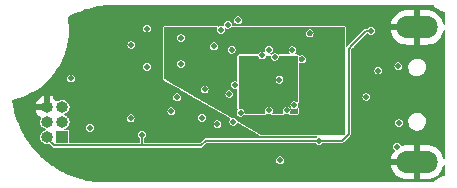
<source format=gbr>
%TF.GenerationSoftware,KiCad,Pcbnew,7.0.7*%
%TF.CreationDate,2023-12-11T16:01:13+01:00*%
%TF.ProjectId,ovrdrive,6f767264-7269-4766-952e-6b696361645f,rev?*%
%TF.SameCoordinates,Original*%
%TF.FileFunction,Copper,L2,Inr*%
%TF.FilePolarity,Positive*%
%FSLAX46Y46*%
G04 Gerber Fmt 4.6, Leading zero omitted, Abs format (unit mm)*
G04 Created by KiCad (PCBNEW 7.0.7) date 2023-12-11 16:01:13*
%MOMM*%
%LPD*%
G01*
G04 APERTURE LIST*
%TA.AperFunction,ComponentPad*%
%ADD10O,3.500000X1.900000*%
%TD*%
%TA.AperFunction,ComponentPad*%
%ADD11R,1.000000X1.000000*%
%TD*%
%TA.AperFunction,ComponentPad*%
%ADD12O,1.000000X1.000000*%
%TD*%
%TA.AperFunction,ViaPad*%
%ADD13C,0.460000*%
%TD*%
%TA.AperFunction,Conductor*%
%ADD14C,0.200000*%
%TD*%
G04 APERTURE END LIST*
D10*
%TO.N,GND*%
%TO.C,J1*%
X142100000Y-98500000D03*
X142100000Y-109900000D03*
%TD*%
D11*
%TO.N,/MISO*%
%TO.C,J3*%
X112070000Y-107800000D03*
D12*
%TO.N,+5V*%
X110800000Y-107800000D03*
%TO.N,/SCK*%
X112070000Y-106530000D03*
%TO.N,/MOSI*%
X110800000Y-106530000D03*
%TO.N,/~{RST}*%
X112070000Y-105260000D03*
%TO.N,GND*%
X110800000Y-105260000D03*
%TD*%
D13*
%TO.N,+1V8*%
X131750000Y-104220000D03*
X127300000Y-102200000D03*
X128600000Y-105500000D03*
X131000000Y-101200000D03*
%TO.N,/MOSI*%
X119243348Y-101843348D03*
%TO.N,/~{RST}*%
X121283771Y-105600000D03*
%TO.N,/INHIBIT*%
X117900000Y-100000000D03*
X112800000Y-102829500D03*
%TO.N,Net-(JP1-B)*%
X130500000Y-109750000D03*
%TO.N,/RB1*%
X131550000Y-100450000D03*
%TO.N,/RB0*%
X130050000Y-101010000D03*
%TO.N,/~{CE1}*%
X130450000Y-102950000D03*
%TO.N,/DQS*%
X129550000Y-105540500D03*
%TO.N,Net-(U2A-~{CE})*%
X122100000Y-101600000D03*
%TO.N,/~{CE3}*%
X131050000Y-105540500D03*
%TO.N,/~{CE2}*%
X131700000Y-105100000D03*
%TO.N,/~{RE}*%
X129550000Y-100400000D03*
%TO.N,/~{CE}*%
X119250000Y-98600000D03*
X128991864Y-100879856D03*
%TO.N,/~{WP}*%
X123900000Y-106150000D03*
%TO.N,/~{WE}*%
X125200000Y-106700000D03*
%TO.N,/ALE*%
X126550000Y-106500000D03*
%TO.N,/CLE*%
X127150000Y-105740500D03*
%TO.N,+3.3V*%
X128000000Y-106500000D03*
X130600000Y-100400000D03*
X140570500Y-106600000D03*
X132400000Y-102100000D03*
X129100000Y-106500000D03*
X123300000Y-101304500D03*
X132400000Y-105100000D03*
%TO.N,GND*%
X108900000Y-105600000D03*
X139600000Y-97400000D03*
X119800000Y-106500000D03*
X117600000Y-109800000D03*
X118200000Y-98400000D03*
X143600000Y-106600000D03*
X132350000Y-101200000D03*
X136500000Y-108600000D03*
X133000000Y-99000000D03*
X114600000Y-99200000D03*
X132500000Y-109000000D03*
X139750000Y-110950000D03*
X114100000Y-107900000D03*
X143600000Y-100400000D03*
X126950000Y-97150000D03*
X122550000Y-105950000D03*
X135500000Y-97050000D03*
X119900000Y-101300000D03*
X126400000Y-100400000D03*
X113350000Y-109800000D03*
X111500000Y-104500000D03*
X122100000Y-99400000D03*
X131000000Y-110600000D03*
X124600000Y-107400000D03*
X126300000Y-110800000D03*
X137000000Y-100400000D03*
X117600000Y-103800000D03*
%TO.N,+5V*%
X138200000Y-98800000D03*
X118800000Y-107600000D03*
X133800000Y-108095500D03*
%TO.N,/FD7*%
X126950000Y-97900000D03*
%TO.N,/FD6*%
X126072701Y-98279500D03*
%TO.N,/FD5*%
X125500000Y-98700000D03*
%TO.N,/FD4*%
X124900000Y-100100000D03*
%TO.N,/FD3*%
X126677375Y-103384648D03*
%TO.N,/FD2*%
X124104500Y-103764148D03*
%TO.N,/FD1*%
X121770207Y-104429793D03*
%TO.N,/FD0*%
X126204500Y-104150000D03*
%TO.N,VMEM*%
X140400000Y-108600000D03*
X137800000Y-104400000D03*
%TO.N,/IN1*%
X140520500Y-101800000D03*
X117845500Y-106200000D03*
%TO.N,/IN2*%
X138825627Y-102157685D03*
X114400000Y-107000000D03*
%TD*%
D14*
%TO.N,+5V*%
X136300000Y-100300000D02*
X136300000Y-107500000D01*
X110800000Y-107930000D02*
X110800000Y-107800000D01*
X138200000Y-98800000D02*
X137800000Y-98800000D01*
X136300000Y-107500000D02*
X135704500Y-108095500D01*
X118800000Y-107600000D02*
X118800000Y-108500000D01*
X118800000Y-108500000D02*
X111370000Y-108500000D01*
X123800000Y-108500000D02*
X118800000Y-108500000D01*
X133800000Y-108095500D02*
X133795500Y-108100000D01*
X124200000Y-108100000D02*
X123800000Y-108500000D01*
X137800000Y-98800000D02*
X136600000Y-100000000D01*
X111370000Y-108500000D02*
X110800000Y-107930000D01*
X135704500Y-108095500D02*
X133800000Y-108095500D01*
X136600000Y-100000000D02*
X136300000Y-100300000D01*
X133795500Y-108100000D02*
X124200000Y-108100000D01*
%TD*%
%TA.AperFunction,Conductor*%
%TO.N,GND*%
G36*
X132397792Y-100977954D02*
G01*
X132456114Y-100999182D01*
X132470850Y-101007690D01*
X132518400Y-101047589D01*
X132529338Y-101060624D01*
X132560370Y-101114370D01*
X132566191Y-101130363D01*
X132576969Y-101191491D01*
X132576969Y-101208508D01*
X132566191Y-101269632D01*
X132560370Y-101285623D01*
X132529337Y-101339375D01*
X132518399Y-101352410D01*
X132470851Y-101392307D01*
X132456117Y-101400815D01*
X132397792Y-101422045D01*
X132381032Y-101425000D01*
X132318966Y-101425000D01*
X132302207Y-101422045D01*
X132218285Y-101391499D01*
X132218284Y-101391499D01*
X132211410Y-101388997D01*
X132206310Y-101386885D01*
X132206306Y-101386883D01*
X132204676Y-101386446D01*
X132203206Y-101385983D01*
X132203009Y-101385999D01*
X132181804Y-101380318D01*
X132179127Y-101379638D01*
X132158344Y-101381273D01*
X132122677Y-101369685D01*
X132105651Y-101336270D01*
X132105500Y-101332425D01*
X132105500Y-101079768D01*
X132119852Y-101045120D01*
X132154500Y-101030768D01*
X132154930Y-101030770D01*
X132166692Y-101030873D01*
X132166692Y-101030872D01*
X132166695Y-101030873D01*
X132202462Y-101019597D01*
X132228081Y-101005541D01*
X132234881Y-101002460D01*
X132302207Y-100977954D01*
X132318966Y-100975000D01*
X132381034Y-100975000D01*
X132397792Y-100977954D01*
G37*
%TD.AperFunction*%
%TA.AperFunction,Conductor*%
G36*
X126447792Y-100177954D02*
G01*
X126506114Y-100199182D01*
X126520850Y-100207690D01*
X126568400Y-100247589D01*
X126579338Y-100260624D01*
X126610370Y-100314370D01*
X126616191Y-100330363D01*
X126626969Y-100391491D01*
X126626969Y-100408508D01*
X126616191Y-100469632D01*
X126610370Y-100485623D01*
X126579337Y-100539375D01*
X126568399Y-100552410D01*
X126520851Y-100592307D01*
X126506117Y-100600815D01*
X126447792Y-100622045D01*
X126431032Y-100625000D01*
X126368968Y-100625000D01*
X126352209Y-100622045D01*
X126293879Y-100600814D01*
X126279144Y-100592306D01*
X126231598Y-100552411D01*
X126220662Y-100539379D01*
X126189625Y-100485623D01*
X126183807Y-100469638D01*
X126173029Y-100408506D01*
X126173029Y-100391491D01*
X126183807Y-100330360D01*
X126189625Y-100314377D01*
X126220660Y-100260623D01*
X126231594Y-100247592D01*
X126279148Y-100207688D01*
X126293881Y-100199183D01*
X126331602Y-100185454D01*
X126352208Y-100177955D01*
X126368966Y-100175000D01*
X126431034Y-100175000D01*
X126447792Y-100177954D01*
G37*
%TD.AperFunction*%
%TA.AperFunction,Conductor*%
G36*
X122147792Y-99177954D02*
G01*
X122206114Y-99199182D01*
X122220850Y-99207690D01*
X122268400Y-99247589D01*
X122279338Y-99260624D01*
X122310370Y-99314370D01*
X122316191Y-99330363D01*
X122326969Y-99391491D01*
X122326969Y-99408508D01*
X122316191Y-99469632D01*
X122310370Y-99485623D01*
X122279337Y-99539375D01*
X122268399Y-99552410D01*
X122220851Y-99592307D01*
X122206117Y-99600815D01*
X122147792Y-99622045D01*
X122131032Y-99625000D01*
X122068968Y-99625000D01*
X122052209Y-99622045D01*
X121993879Y-99600814D01*
X121979144Y-99592306D01*
X121931598Y-99552411D01*
X121920662Y-99539379D01*
X121889625Y-99485623D01*
X121883807Y-99469638D01*
X121873029Y-99408506D01*
X121873029Y-99391491D01*
X121883807Y-99330360D01*
X121889625Y-99314377D01*
X121920660Y-99260623D01*
X121931594Y-99247592D01*
X121979148Y-99207688D01*
X121993881Y-99199183D01*
X122031602Y-99185454D01*
X122052208Y-99177955D01*
X122068966Y-99175000D01*
X122131034Y-99175000D01*
X122147792Y-99177954D01*
G37*
%TD.AperFunction*%
%TA.AperFunction,Conductor*%
G36*
X133047792Y-98777954D02*
G01*
X133106114Y-98799182D01*
X133120850Y-98807690D01*
X133168400Y-98847589D01*
X133179338Y-98860624D01*
X133210370Y-98914370D01*
X133216191Y-98930363D01*
X133226969Y-98991491D01*
X133226969Y-99008508D01*
X133216191Y-99069632D01*
X133210370Y-99085623D01*
X133179337Y-99139375D01*
X133168399Y-99152410D01*
X133120851Y-99192307D01*
X133106117Y-99200815D01*
X133047792Y-99222045D01*
X133031032Y-99225000D01*
X132968968Y-99225000D01*
X132952209Y-99222045D01*
X132893879Y-99200814D01*
X132879144Y-99192306D01*
X132831598Y-99152411D01*
X132820662Y-99139379D01*
X132789625Y-99085623D01*
X132783807Y-99069638D01*
X132773029Y-99008506D01*
X132773029Y-98991491D01*
X132777814Y-98964352D01*
X132783807Y-98930360D01*
X132789625Y-98914377D01*
X132820660Y-98860623D01*
X132831594Y-98847592D01*
X132879148Y-98807688D01*
X132893881Y-98799183D01*
X132936313Y-98783740D01*
X132952208Y-98777955D01*
X132968966Y-98775000D01*
X133031034Y-98775000D01*
X133047792Y-98777954D01*
G37*
%TD.AperFunction*%
%TA.AperFunction,Conductor*%
G36*
X143496587Y-96638571D02*
G01*
X143498948Y-96641105D01*
X143535977Y-96683793D01*
X143557533Y-96708643D01*
X143725459Y-96856897D01*
X143798720Y-96906051D01*
X143911470Y-96981700D01*
X144112322Y-97080875D01*
X144324501Y-97152687D01*
X144394379Y-97166368D01*
X144425623Y-97187109D01*
X144433963Y-97214455D01*
X144433963Y-98243065D01*
X144419611Y-98277713D01*
X144384963Y-98292065D01*
X144350315Y-98277713D01*
X144336631Y-98251130D01*
X144318229Y-98140853D01*
X144239774Y-97912323D01*
X144239770Y-97912313D01*
X144124777Y-97699825D01*
X144124768Y-97699811D01*
X143976364Y-97509141D01*
X143798588Y-97345488D01*
X143596313Y-97213335D01*
X143596307Y-97213331D01*
X143375036Y-97116273D01*
X143375037Y-97116273D01*
X143140801Y-97056956D01*
X142960303Y-97042000D01*
X142354000Y-97042000D01*
X142354000Y-98001000D01*
X142339648Y-98035648D01*
X142305000Y-98050000D01*
X141895000Y-98050000D01*
X141860352Y-98035648D01*
X141846000Y-98001000D01*
X141846000Y-97042000D01*
X141239697Y-97042000D01*
X141059198Y-97056956D01*
X140824963Y-97116273D01*
X140603692Y-97213331D01*
X140603686Y-97213335D01*
X140401411Y-97345488D01*
X140223635Y-97509141D01*
X140075231Y-97699811D01*
X140075222Y-97699825D01*
X139960229Y-97912313D01*
X139960225Y-97912323D01*
X139881770Y-98140853D01*
X139864225Y-98246000D01*
X140842162Y-98246000D01*
X140876810Y-98260352D01*
X140891162Y-98295000D01*
X140884597Y-98319497D01*
X140877371Y-98332013D01*
X140876376Y-98333738D01*
X140876374Y-98333744D01*
X140846190Y-98465988D01*
X140846190Y-98465991D01*
X140846190Y-98465992D01*
X140846789Y-98473984D01*
X140856326Y-98601260D01*
X140856326Y-98601262D01*
X140856327Y-98601265D01*
X140890014Y-98687099D01*
X140889314Y-98724594D01*
X140862304Y-98750613D01*
X140844402Y-98754000D01*
X139864225Y-98754000D01*
X139881770Y-98859146D01*
X139960225Y-99087676D01*
X139960229Y-99087686D01*
X140075222Y-99300174D01*
X140075231Y-99300188D01*
X140223635Y-99490858D01*
X140401411Y-99654511D01*
X140603686Y-99786664D01*
X140603692Y-99786668D01*
X140824963Y-99883726D01*
X140824962Y-99883726D01*
X141059198Y-99943043D01*
X141239697Y-99958000D01*
X141846000Y-99958000D01*
X141846000Y-98999000D01*
X141860352Y-98964352D01*
X141895000Y-98950000D01*
X142305000Y-98950000D01*
X142339648Y-98964352D01*
X142354000Y-98999000D01*
X142354000Y-99958000D01*
X142960303Y-99958000D01*
X143140801Y-99943043D01*
X143375036Y-99883726D01*
X143596307Y-99786668D01*
X143596313Y-99786664D01*
X143798588Y-99654511D01*
X143976364Y-99490858D01*
X144124768Y-99300188D01*
X144124777Y-99300174D01*
X144239770Y-99087686D01*
X144239774Y-99087676D01*
X144318229Y-98859146D01*
X144336631Y-98748869D01*
X144356490Y-98717056D01*
X144393028Y-98708602D01*
X144424841Y-98728461D01*
X144433963Y-98756934D01*
X144433963Y-109643065D01*
X144419611Y-109677713D01*
X144384963Y-109692065D01*
X144350315Y-109677713D01*
X144336631Y-109651130D01*
X144318229Y-109540853D01*
X144239774Y-109312323D01*
X144239770Y-109312313D01*
X144124777Y-109099825D01*
X144124768Y-109099811D01*
X143976364Y-108909141D01*
X143798588Y-108745488D01*
X143596313Y-108613335D01*
X143596307Y-108613331D01*
X143375036Y-108516273D01*
X143375037Y-108516273D01*
X143140801Y-108456956D01*
X142960303Y-108442000D01*
X142354000Y-108442000D01*
X142354000Y-109401000D01*
X142339648Y-109435648D01*
X142305000Y-109450000D01*
X141895000Y-109450000D01*
X141860352Y-109435648D01*
X141846000Y-109401000D01*
X141846000Y-108442000D01*
X141239697Y-108442000D01*
X141059198Y-108456956D01*
X140824962Y-108516273D01*
X140824958Y-108516274D01*
X140785418Y-108533618D01*
X140747923Y-108534393D01*
X140720863Y-108508427D01*
X140717482Y-108497260D01*
X140715359Y-108485219D01*
X140681169Y-108426000D01*
X140657084Y-108384283D01*
X140657082Y-108384280D01*
X140567799Y-108309364D01*
X140567797Y-108309363D01*
X140458276Y-108269500D01*
X140341724Y-108269500D01*
X140232202Y-108309363D01*
X140232200Y-108309364D01*
X140142917Y-108384280D01*
X140142915Y-108384283D01*
X140084641Y-108485216D01*
X140064402Y-108600000D01*
X140084641Y-108714783D01*
X140142915Y-108815716D01*
X140142917Y-108815719D01*
X140199551Y-108863240D01*
X140216868Y-108896505D01*
X140206722Y-108930872D01*
X140075231Y-109099811D01*
X140075222Y-109099825D01*
X139960229Y-109312313D01*
X139960225Y-109312323D01*
X139881770Y-109540853D01*
X139864225Y-109646000D01*
X140842162Y-109646000D01*
X140876810Y-109660352D01*
X140891162Y-109695000D01*
X140884597Y-109719497D01*
X140877371Y-109732013D01*
X140876376Y-109733738D01*
X140876374Y-109733744D01*
X140846190Y-109865988D01*
X140856326Y-110001260D01*
X140856326Y-110001262D01*
X140856327Y-110001265D01*
X140890014Y-110087099D01*
X140889314Y-110124594D01*
X140862304Y-110150613D01*
X140844402Y-110154000D01*
X139864225Y-110154000D01*
X139881770Y-110259146D01*
X139960225Y-110487676D01*
X139960229Y-110487686D01*
X140075222Y-110700174D01*
X140075231Y-110700188D01*
X140223635Y-110890858D01*
X140401411Y-111054511D01*
X140603686Y-111186664D01*
X140603692Y-111186668D01*
X140824963Y-111283726D01*
X140824962Y-111283726D01*
X141059198Y-111343043D01*
X141239697Y-111358000D01*
X141846000Y-111358000D01*
X141846000Y-110399000D01*
X141860352Y-110364352D01*
X141895000Y-110350000D01*
X142305000Y-110350000D01*
X142339648Y-110364352D01*
X142354000Y-110399000D01*
X142354000Y-111358000D01*
X142960303Y-111358000D01*
X143140801Y-111343043D01*
X143375036Y-111283726D01*
X143596307Y-111186668D01*
X143596313Y-111186664D01*
X143798588Y-111054511D01*
X143976364Y-110890858D01*
X144124768Y-110700188D01*
X144124777Y-110700174D01*
X144239770Y-110487686D01*
X144239774Y-110487676D01*
X144318229Y-110259146D01*
X144336631Y-110148869D01*
X144356490Y-110117056D01*
X144393028Y-110108602D01*
X144424841Y-110128461D01*
X144433963Y-110156934D01*
X144433963Y-111032991D01*
X144419611Y-111067639D01*
X144394378Y-111081078D01*
X144324505Y-111094758D01*
X144324503Y-111094758D01*
X144324501Y-111094759D01*
X144251675Y-111119405D01*
X144112321Y-111166568D01*
X143911471Y-111265739D01*
X143911472Y-111265739D01*
X143773957Y-111358000D01*
X143725451Y-111390543D01*
X143557531Y-111538785D01*
X143498939Y-111606328D01*
X143465393Y-111623096D01*
X143461925Y-111623219D01*
X115820682Y-111623219D01*
X115820286Y-111623055D01*
X115800496Y-111623215D01*
X115800022Y-111623218D01*
X115799996Y-111623218D01*
X115541709Y-111616709D01*
X115464090Y-111614754D01*
X115268165Y-111609523D01*
X115266585Y-111609430D01*
X114964291Y-111581768D01*
X114729708Y-111559184D01*
X114728217Y-111558995D01*
X114438367Y-111513018D01*
X114195887Y-111472597D01*
X114194488Y-111472322D01*
X113912514Y-111408267D01*
X113776671Y-111375831D01*
X113669133Y-111350153D01*
X113667835Y-111349805D01*
X113392972Y-111267952D01*
X113151900Y-111192429D01*
X113150696Y-111192017D01*
X112883164Y-111092690D01*
X112646546Y-111000152D01*
X112645444Y-110999690D01*
X112385860Y-110883281D01*
X112307264Y-110846087D01*
X112155375Y-110774208D01*
X112154376Y-110773707D01*
X111903535Y-110640678D01*
X111680152Y-110515371D01*
X111635367Y-110487686D01*
X111438523Y-110366000D01*
X111436009Y-110364352D01*
X111275578Y-110259146D01*
X111224033Y-110225344D01*
X110992980Y-110060483D01*
X110788583Y-109905220D01*
X110598897Y-109750000D01*
X130164402Y-109750000D01*
X130184641Y-109864783D01*
X130242915Y-109965716D01*
X130242917Y-109965719D01*
X130285280Y-110001265D01*
X130332201Y-110040636D01*
X130441724Y-110080500D01*
X130558276Y-110080500D01*
X130667799Y-110040636D01*
X130757083Y-109965718D01*
X130815359Y-109864781D01*
X130835598Y-109750000D01*
X130815359Y-109635219D01*
X130815358Y-109635217D01*
X130815358Y-109635216D01*
X130757084Y-109534283D01*
X130757082Y-109534280D01*
X130667799Y-109459364D01*
X130667797Y-109459363D01*
X130558276Y-109419500D01*
X130441724Y-109419500D01*
X130332202Y-109459363D01*
X130332200Y-109459364D01*
X130242917Y-109534280D01*
X130242915Y-109534283D01*
X130184641Y-109635216D01*
X130164402Y-109750000D01*
X110598897Y-109750000D01*
X110569006Y-109725540D01*
X110562104Y-109719501D01*
X110375769Y-109556456D01*
X110168552Y-109362691D01*
X109987508Y-109180688D01*
X109793453Y-108973580D01*
X109625555Y-108779640D01*
X109445448Y-108559994D01*
X109291586Y-108355205D01*
X109260667Y-108311964D01*
X109126421Y-108124218D01*
X109125834Y-108123357D01*
X109005000Y-107936952D01*
X108987127Y-107909380D01*
X108919695Y-107800545D01*
X108837260Y-107667493D01*
X108836669Y-107666485D01*
X108818023Y-107632830D01*
X108713563Y-107444283D01*
X108680234Y-107381591D01*
X108616012Y-107260787D01*
X108579583Y-107192263D01*
X108579015Y-107191125D01*
X108472168Y-106962224D01*
X108354557Y-106700666D01*
X108354051Y-106699455D01*
X108264102Y-106465826D01*
X108254721Y-106440636D01*
X108163205Y-106194902D01*
X108162772Y-106193627D01*
X108090489Y-105958550D01*
X108006458Y-105677414D01*
X108006082Y-105675999D01*
X107952549Y-105446437D01*
X107885001Y-105150467D01*
X107884702Y-105148934D01*
X107861651Y-105006000D01*
X109823692Y-105006000D01*
X110483792Y-105006000D01*
X110518440Y-105020352D01*
X110532792Y-105055000D01*
X110521328Y-105086497D01*
X110514198Y-105094993D01*
X110475000Y-105202694D01*
X110475000Y-105317305D01*
X110514198Y-105425006D01*
X110521328Y-105433503D01*
X110532606Y-105469270D01*
X110515289Y-105502536D01*
X110483792Y-105514000D01*
X109823693Y-105514000D01*
X109864223Y-105647608D01*
X109864226Y-105647615D01*
X109957825Y-105822725D01*
X110083788Y-105976211D01*
X110237276Y-106102175D01*
X110281431Y-106125777D01*
X110305223Y-106154767D01*
X110301547Y-106192089D01*
X110297208Y-106198819D01*
X110275465Y-106227155D01*
X110275462Y-106227160D01*
X110214955Y-106373238D01*
X110194318Y-106529999D01*
X110214955Y-106686761D01*
X110275461Y-106832836D01*
X110275464Y-106832841D01*
X110366297Y-106951218D01*
X110371718Y-106958282D01*
X110497159Y-107054536D01*
X110497161Y-107054536D01*
X110497163Y-107054538D01*
X110643238Y-107115044D01*
X110653681Y-107116419D01*
X110686159Y-107135171D01*
X110695866Y-107171396D01*
X110677114Y-107203874D01*
X110653681Y-107213581D01*
X110643238Y-107214955D01*
X110497163Y-107275461D01*
X110497158Y-107275464D01*
X110371718Y-107371717D01*
X110371717Y-107371718D01*
X110275464Y-107497158D01*
X110275461Y-107497163D01*
X110214955Y-107643238D01*
X110194318Y-107800000D01*
X110214955Y-107956761D01*
X110275461Y-108102836D01*
X110275464Y-108102841D01*
X110368220Y-108223724D01*
X110371718Y-108228282D01*
X110497159Y-108324536D01*
X110497161Y-108324536D01*
X110497163Y-108324538D01*
X110571200Y-108355205D01*
X110643238Y-108385044D01*
X110800000Y-108405682D01*
X110945825Y-108386483D01*
X110982048Y-108396190D01*
X110986867Y-108400416D01*
X111198250Y-108611800D01*
X111207748Y-108625185D01*
X111209211Y-108628223D01*
X111235110Y-108648877D01*
X111237151Y-108650701D01*
X111240679Y-108654229D01*
X111244198Y-108657749D01*
X111244199Y-108657750D01*
X111252630Y-108663047D01*
X111254873Y-108664638D01*
X111280769Y-108685290D01*
X111280771Y-108685290D01*
X111280772Y-108685291D01*
X111284054Y-108686040D01*
X111299219Y-108692321D01*
X111299225Y-108692325D01*
X111302076Y-108694116D01*
X111335000Y-108697825D01*
X111337704Y-108698284D01*
X111347410Y-108700500D01*
X111357362Y-108700500D01*
X111360104Y-108700653D01*
X111393026Y-108704363D01*
X111396206Y-108703250D01*
X111412391Y-108700500D01*
X118754237Y-108700500D01*
X118777410Y-108700500D01*
X123757611Y-108700500D01*
X123773796Y-108703250D01*
X123776974Y-108704362D01*
X123809889Y-108700653D01*
X123812632Y-108700500D01*
X123822591Y-108700500D01*
X123824310Y-108700107D01*
X123832310Y-108698280D01*
X123834997Y-108697824D01*
X123867924Y-108694116D01*
X123870775Y-108692323D01*
X123885948Y-108686038D01*
X123889231Y-108685290D01*
X123915139Y-108664628D01*
X123917358Y-108663052D01*
X123925801Y-108657748D01*
X123932849Y-108650698D01*
X123934870Y-108648892D01*
X123960788Y-108628224D01*
X123962249Y-108625189D01*
X123971747Y-108611800D01*
X124268697Y-108314852D01*
X124303346Y-108300500D01*
X133512308Y-108300500D01*
X133543804Y-108311964D01*
X133632196Y-108386133D01*
X133632199Y-108386134D01*
X133632201Y-108386136D01*
X133741724Y-108426000D01*
X133858276Y-108426000D01*
X133967799Y-108386136D01*
X134041209Y-108324538D01*
X134060367Y-108308463D01*
X134061730Y-108310087D01*
X134088424Y-108296187D01*
X134092702Y-108296000D01*
X135662111Y-108296000D01*
X135678296Y-108298750D01*
X135681474Y-108299862D01*
X135714389Y-108296153D01*
X135717132Y-108296000D01*
X135727091Y-108296000D01*
X135728810Y-108295607D01*
X135736810Y-108293780D01*
X135739497Y-108293324D01*
X135772424Y-108289616D01*
X135775275Y-108287823D01*
X135790448Y-108281538D01*
X135793731Y-108280790D01*
X135819639Y-108260128D01*
X135821858Y-108258552D01*
X135830301Y-108253248D01*
X135837349Y-108246198D01*
X135839370Y-108244392D01*
X135865288Y-108223724D01*
X135866749Y-108220689D01*
X135876247Y-108207300D01*
X136411800Y-107671747D01*
X136425189Y-107662249D01*
X136428224Y-107660788D01*
X136448892Y-107634870D01*
X136450698Y-107632849D01*
X136457748Y-107625801D01*
X136463052Y-107617358D01*
X136464628Y-107615139D01*
X136485290Y-107589231D01*
X136486038Y-107585948D01*
X136492323Y-107570775D01*
X136494116Y-107567924D01*
X136497824Y-107534997D01*
X136498280Y-107532310D01*
X136500500Y-107522590D01*
X136500500Y-107512632D01*
X136500654Y-107509888D01*
X136504362Y-107476973D01*
X136504361Y-107476971D01*
X136503249Y-107473791D01*
X136500500Y-107457610D01*
X136500500Y-106600000D01*
X140234902Y-106600000D01*
X140255141Y-106714783D01*
X140313415Y-106815716D01*
X140313417Y-106815719D01*
X140333817Y-106832836D01*
X140402701Y-106890636D01*
X140512224Y-106930500D01*
X140628776Y-106930500D01*
X140738299Y-106890636D01*
X140827583Y-106815718D01*
X140884745Y-106716710D01*
X140885858Y-106714783D01*
X140885858Y-106714782D01*
X140885859Y-106714781D01*
X140906098Y-106600000D01*
X140896212Y-106543935D01*
X141345669Y-106543935D01*
X141376135Y-106716711D01*
X141425218Y-106830500D01*
X141445624Y-106877806D01*
X141529623Y-106990635D01*
X141550390Y-107018530D01*
X141684786Y-107131302D01*
X141841567Y-107210040D01*
X142012279Y-107250500D01*
X142012280Y-107250500D01*
X142143705Y-107250500D01*
X142143709Y-107250500D01*
X142274255Y-107235241D01*
X142439117Y-107175237D01*
X142585696Y-107078830D01*
X142608615Y-107054538D01*
X142706087Y-106951223D01*
X142706092Y-106951218D01*
X142793812Y-106799281D01*
X142844130Y-106631210D01*
X142854331Y-106456065D01*
X142823865Y-106283289D01*
X142754377Y-106122196D01*
X142739473Y-106102177D01*
X142689625Y-106035219D01*
X142649610Y-105981470D01*
X142606094Y-105944956D01*
X142515214Y-105868698D01*
X142358434Y-105789960D01*
X142358432Y-105789959D01*
X142225488Y-105758451D01*
X142187721Y-105749500D01*
X142056291Y-105749500D01*
X141969260Y-105759672D01*
X141925743Y-105764759D01*
X141925742Y-105764760D01*
X141760883Y-105824762D01*
X141614305Y-105921169D01*
X141614299Y-105921173D01*
X141493912Y-106048776D01*
X141493907Y-106048783D01*
X141406189Y-106200716D01*
X141406185Y-106200725D01*
X141355871Y-106368785D01*
X141355869Y-106368792D01*
X141346451Y-106530500D01*
X141345669Y-106543935D01*
X140896212Y-106543935D01*
X140885859Y-106485219D01*
X140885858Y-106485217D01*
X140885858Y-106485216D01*
X140827584Y-106384283D01*
X140827582Y-106384280D01*
X140738299Y-106309364D01*
X140738297Y-106309363D01*
X140628776Y-106269500D01*
X140512224Y-106269500D01*
X140402702Y-106309363D01*
X140402700Y-106309364D01*
X140313417Y-106384280D01*
X140313415Y-106384283D01*
X140255141Y-106485216D01*
X140234902Y-106600000D01*
X136500500Y-106600000D01*
X136500500Y-104400000D01*
X137464402Y-104400000D01*
X137484641Y-104514783D01*
X137542915Y-104615716D01*
X137542917Y-104615719D01*
X137608188Y-104670487D01*
X137632201Y-104690636D01*
X137741724Y-104730500D01*
X137858276Y-104730500D01*
X137967799Y-104690636D01*
X138057083Y-104615718D01*
X138115359Y-104514781D01*
X138135598Y-104400000D01*
X138115359Y-104285219D01*
X138115358Y-104285217D01*
X138115358Y-104285216D01*
X138057084Y-104184283D01*
X138057082Y-104184280D01*
X137967799Y-104109364D01*
X137967797Y-104109363D01*
X137858276Y-104069500D01*
X137741724Y-104069500D01*
X137632202Y-104109363D01*
X137632200Y-104109364D01*
X137542917Y-104184280D01*
X137542915Y-104184283D01*
X137484641Y-104285216D01*
X137464402Y-104400000D01*
X136500500Y-104400000D01*
X136500500Y-102157685D01*
X138490029Y-102157685D01*
X138510268Y-102272468D01*
X138568542Y-102373401D01*
X138568544Y-102373404D01*
X138622324Y-102418530D01*
X138657828Y-102448321D01*
X138767351Y-102488185D01*
X138883903Y-102488185D01*
X138993426Y-102448321D01*
X139082710Y-102373403D01*
X139140986Y-102272466D01*
X139161225Y-102157685D01*
X139140986Y-102042904D01*
X139140985Y-102042902D01*
X139140985Y-102042901D01*
X139082711Y-101941968D01*
X139082709Y-101941965D01*
X138993426Y-101867049D01*
X138993424Y-101867048D01*
X138883903Y-101827185D01*
X138767351Y-101827185D01*
X138657829Y-101867048D01*
X138657827Y-101867049D01*
X138568544Y-101941965D01*
X138568542Y-101941968D01*
X138510268Y-102042901D01*
X138490029Y-102157685D01*
X136500500Y-102157685D01*
X136500500Y-101800000D01*
X140184902Y-101800000D01*
X140191648Y-101838260D01*
X140205141Y-101914783D01*
X140263415Y-102015716D01*
X140263417Y-102015719D01*
X140315077Y-102059066D01*
X140352701Y-102090636D01*
X140462224Y-102130500D01*
X140578776Y-102130500D01*
X140688299Y-102090636D01*
X140777583Y-102015718D01*
X140819027Y-101943935D01*
X141345669Y-101943935D01*
X141376135Y-102116711D01*
X141443321Y-102272468D01*
X141445624Y-102277806D01*
X141516794Y-102373403D01*
X141550390Y-102418530D01*
X141684786Y-102531302D01*
X141841567Y-102610040D01*
X142012279Y-102650500D01*
X142012280Y-102650500D01*
X142143705Y-102650500D01*
X142143709Y-102650500D01*
X142274255Y-102635241D01*
X142439117Y-102575237D01*
X142585696Y-102478830D01*
X142706092Y-102351218D01*
X142793812Y-102199281D01*
X142844130Y-102031210D01*
X142854331Y-101856065D01*
X142823865Y-101683289D01*
X142754377Y-101522196D01*
X142649610Y-101381470D01*
X142649376Y-101381274D01*
X142515214Y-101268698D01*
X142358434Y-101189960D01*
X142358432Y-101189959D01*
X142228180Y-101159089D01*
X142187721Y-101149500D01*
X142056291Y-101149500D01*
X141969260Y-101159672D01*
X141925743Y-101164759D01*
X141925742Y-101164760D01*
X141760883Y-101224762D01*
X141614305Y-101321169D01*
X141614299Y-101321173D01*
X141493912Y-101448776D01*
X141493907Y-101448783D01*
X141406189Y-101600716D01*
X141406185Y-101600725D01*
X141355871Y-101768785D01*
X141355869Y-101768792D01*
X141345669Y-101943931D01*
X141345669Y-101943935D01*
X140819027Y-101943935D01*
X140835859Y-101914781D01*
X140856098Y-101800000D01*
X140835859Y-101685219D01*
X140835858Y-101685217D01*
X140835858Y-101685216D01*
X140777584Y-101584283D01*
X140777582Y-101584280D01*
X140688299Y-101509364D01*
X140688297Y-101509363D01*
X140578776Y-101469500D01*
X140462224Y-101469500D01*
X140352702Y-101509363D01*
X140352700Y-101509364D01*
X140263417Y-101584280D01*
X140263415Y-101584283D01*
X140205141Y-101685216D01*
X140190406Y-101768785D01*
X140184902Y-101800000D01*
X136500500Y-101800000D01*
X136500500Y-100403345D01*
X136514852Y-100368697D01*
X136635960Y-100247589D01*
X136757748Y-100125801D01*
X136757747Y-100125801D01*
X137868697Y-99014852D01*
X137903346Y-99000500D01*
X137907298Y-99000500D01*
X137939053Y-99013653D01*
X137939633Y-99012963D01*
X137941824Y-99014801D01*
X137941946Y-99014852D01*
X137942151Y-99015076D01*
X138007169Y-99069632D01*
X138032201Y-99090636D01*
X138141724Y-99130500D01*
X138258276Y-99130500D01*
X138367799Y-99090636D01*
X138444707Y-99026102D01*
X138457082Y-99015719D01*
X138457084Y-99015716D01*
X138458674Y-99012963D01*
X138495025Y-98950000D01*
X138515358Y-98914783D01*
X138515358Y-98914782D01*
X138515359Y-98914781D01*
X138535598Y-98800000D01*
X138515359Y-98685219D01*
X138515358Y-98685217D01*
X138515358Y-98685216D01*
X138457084Y-98584283D01*
X138457082Y-98584280D01*
X138367799Y-98509364D01*
X138367797Y-98509363D01*
X138258276Y-98469500D01*
X138141724Y-98469500D01*
X138032202Y-98509363D01*
X138032200Y-98509364D01*
X137939633Y-98587037D01*
X137938269Y-98585412D01*
X137911576Y-98599313D01*
X137907298Y-98599500D01*
X137842389Y-98599500D01*
X137826204Y-98596750D01*
X137823026Y-98595638D01*
X137790113Y-98599346D01*
X137787371Y-98599500D01*
X137777410Y-98599500D01*
X137767700Y-98601715D01*
X137764993Y-98602175D01*
X137732078Y-98605884D01*
X137732071Y-98605886D01*
X137729219Y-98607679D01*
X137714057Y-98613959D01*
X137710771Y-98614708D01*
X137710767Y-98614710D01*
X137684873Y-98635361D01*
X137682632Y-98636952D01*
X137674199Y-98642250D01*
X137674199Y-98642251D01*
X137667156Y-98649292D01*
X137665109Y-98651121D01*
X137639212Y-98671775D01*
X137639210Y-98671777D01*
X137637747Y-98674816D01*
X137628250Y-98688199D01*
X136451047Y-99865403D01*
X136189148Y-100127302D01*
X136154500Y-100141654D01*
X136119852Y-100127302D01*
X136105500Y-100092654D01*
X136105500Y-98549002D01*
X136105500Y-98549000D01*
X136097469Y-98508626D01*
X136097468Y-98508623D01*
X136083120Y-98473984D01*
X136075603Y-98459230D01*
X136075205Y-98458890D01*
X136026022Y-98416883D01*
X135991374Y-98402531D01*
X135951000Y-98394500D01*
X135950998Y-98394500D01*
X126446417Y-98394500D01*
X126411769Y-98380148D01*
X126397417Y-98345500D01*
X126398160Y-98336999D01*
X126408299Y-98279500D01*
X126388060Y-98164719D01*
X126388059Y-98164717D01*
X126388059Y-98164716D01*
X126329785Y-98063783D01*
X126329783Y-98063780D01*
X126240500Y-97988864D01*
X126240498Y-97988863D01*
X126130977Y-97949000D01*
X126014425Y-97949000D01*
X125904903Y-97988863D01*
X125904901Y-97988864D01*
X125815618Y-98063780D01*
X125815616Y-98063783D01*
X125757342Y-98164716D01*
X125737418Y-98277713D01*
X125737103Y-98279500D01*
X125752634Y-98367584D01*
X125744517Y-98404197D01*
X125712888Y-98424348D01*
X125676274Y-98416230D01*
X125672884Y-98413630D01*
X125667799Y-98409364D01*
X125667797Y-98409363D01*
X125558276Y-98369500D01*
X125441724Y-98369500D01*
X125332203Y-98409362D01*
X125332200Y-98409364D01*
X125332201Y-98409364D01*
X125304953Y-98432227D01*
X125269187Y-98443503D01*
X125241635Y-98431950D01*
X125239683Y-98430282D01*
X125223994Y-98416883D01*
X125189346Y-98402531D01*
X125148972Y-98394500D01*
X120749000Y-98394500D01*
X120728812Y-98398515D01*
X120708624Y-98402531D01*
X120708623Y-98402531D01*
X120673984Y-98416880D01*
X120659230Y-98424396D01*
X120629480Y-98459229D01*
X120616883Y-98473978D01*
X120602531Y-98508626D01*
X120594500Y-98549000D01*
X120594500Y-98999999D01*
X120594500Y-99399999D01*
X120594500Y-100099999D01*
X120594500Y-100399999D01*
X120594500Y-101599999D01*
X120594500Y-102875102D01*
X120594963Y-102882078D01*
X120597135Y-102898374D01*
X120618213Y-102948923D01*
X120641136Y-102978604D01*
X120672170Y-103005649D01*
X121333401Y-103384647D01*
X121493095Y-103476179D01*
X121995507Y-103764147D01*
X122155201Y-103855679D01*
X122668695Y-104149999D01*
X122828389Y-104241531D01*
X126274991Y-106217022D01*
X126297914Y-106246703D01*
X126293136Y-106283901D01*
X126293059Y-106284034D01*
X126234641Y-106385216D01*
X126214402Y-106500000D01*
X126234641Y-106614783D01*
X126292915Y-106715716D01*
X126292917Y-106715719D01*
X126369825Y-106780251D01*
X126382201Y-106790636D01*
X126491724Y-106830500D01*
X126608276Y-106830500D01*
X126717799Y-106790636D01*
X126807083Y-106715718D01*
X126865359Y-106614781D01*
X126865359Y-106614780D01*
X126866693Y-106612470D01*
X126896446Y-106589640D01*
X126933495Y-106594458D01*
X128748707Y-107634884D01*
X128836218Y-107685043D01*
X128861536Y-107695460D01*
X128885899Y-107701947D01*
X128885900Y-107701947D01*
X128885903Y-107701948D01*
X128913048Y-107705500D01*
X133627307Y-107705500D01*
X133661955Y-107719852D01*
X133676307Y-107754500D01*
X133661955Y-107789148D01*
X133644066Y-107800545D01*
X133632202Y-107804863D01*
X133632200Y-107804864D01*
X133542918Y-107879780D01*
X133541063Y-107881992D01*
X133507800Y-107899313D01*
X133503523Y-107899500D01*
X124242389Y-107899500D01*
X124226204Y-107896750D01*
X124223026Y-107895638D01*
X124190113Y-107899346D01*
X124187371Y-107899500D01*
X124177410Y-107899500D01*
X124167700Y-107901715D01*
X124164993Y-107902175D01*
X124132078Y-107905884D01*
X124132071Y-107905886D01*
X124129219Y-107907679D01*
X124114057Y-107913959D01*
X124110771Y-107914708D01*
X124110767Y-107914710D01*
X124084873Y-107935361D01*
X124082632Y-107936952D01*
X124074199Y-107942250D01*
X124074199Y-107942251D01*
X124067156Y-107949292D01*
X124065110Y-107951121D01*
X124039210Y-107971777D01*
X124037745Y-107974820D01*
X124028250Y-107988198D01*
X123731303Y-108285148D01*
X123696655Y-108299500D01*
X119049500Y-108299500D01*
X119014852Y-108285148D01*
X119000500Y-108250500D01*
X119000499Y-107886045D01*
X119014851Y-107851397D01*
X119017991Y-107848518D01*
X119057083Y-107815718D01*
X119115359Y-107714781D01*
X119135598Y-107600000D01*
X119115359Y-107485219D01*
X119115358Y-107485217D01*
X119115358Y-107485216D01*
X119057084Y-107384283D01*
X119057082Y-107384280D01*
X118967799Y-107309364D01*
X118967797Y-107309363D01*
X118858276Y-107269500D01*
X118741724Y-107269500D01*
X118632202Y-107309363D01*
X118632200Y-107309364D01*
X118542917Y-107384280D01*
X118542915Y-107384283D01*
X118484641Y-107485216D01*
X118464402Y-107600000D01*
X118484641Y-107714783D01*
X118536650Y-107804864D01*
X118542917Y-107815718D01*
X118581997Y-107848509D01*
X118599313Y-107881772D01*
X118599500Y-107886044D01*
X118599500Y-108250500D01*
X118585148Y-108285148D01*
X118550500Y-108299500D01*
X112719500Y-108299500D01*
X112684852Y-108285148D01*
X112670500Y-108250500D01*
X112670499Y-107290105D01*
X112670499Y-107290102D01*
X112664669Y-107260787D01*
X112664667Y-107260784D01*
X112664667Y-107260783D01*
X112642457Y-107227543D01*
X112609212Y-107205330D01*
X112579904Y-107199500D01*
X112269205Y-107199500D01*
X112234557Y-107185148D01*
X112220205Y-107150500D01*
X112234557Y-107115852D01*
X112250452Y-107105231D01*
X112372841Y-107054536D01*
X112443914Y-107000000D01*
X114064402Y-107000000D01*
X114084641Y-107114783D01*
X114142915Y-107215716D01*
X114142917Y-107215719D01*
X114196627Y-107260786D01*
X114232201Y-107290636D01*
X114341724Y-107330500D01*
X114458276Y-107330500D01*
X114567799Y-107290636D01*
X114657083Y-107215718D01*
X114715359Y-107114781D01*
X114735598Y-107000000D01*
X114715359Y-106885219D01*
X114715358Y-106885217D01*
X114715358Y-106885216D01*
X114657084Y-106784283D01*
X114657082Y-106784280D01*
X114567799Y-106709364D01*
X114567797Y-106709363D01*
X114542073Y-106700000D01*
X124864402Y-106700000D01*
X124884641Y-106814783D01*
X124942915Y-106915716D01*
X124942917Y-106915719D01*
X125019825Y-106980251D01*
X125032201Y-106990636D01*
X125141724Y-107030500D01*
X125258276Y-107030500D01*
X125367799Y-106990636D01*
X125457083Y-106915718D01*
X125506284Y-106830500D01*
X125515358Y-106814783D01*
X125515358Y-106814782D01*
X125515359Y-106814781D01*
X125535598Y-106700000D01*
X125515359Y-106585219D01*
X125515358Y-106585217D01*
X125515358Y-106585216D01*
X125457084Y-106484283D01*
X125457082Y-106484280D01*
X125367799Y-106409364D01*
X125367797Y-106409363D01*
X125258276Y-106369500D01*
X125141724Y-106369500D01*
X125032202Y-106409363D01*
X125032200Y-106409364D01*
X124942917Y-106484280D01*
X124942915Y-106484283D01*
X124884641Y-106585216D01*
X124864402Y-106700000D01*
X114542073Y-106700000D01*
X114458276Y-106669500D01*
X114341724Y-106669500D01*
X114232202Y-106709363D01*
X114232200Y-106709364D01*
X114142917Y-106784280D01*
X114142915Y-106784283D01*
X114084641Y-106885216D01*
X114064402Y-107000000D01*
X112443914Y-107000000D01*
X112498282Y-106958282D01*
X112594536Y-106832841D01*
X112655044Y-106686762D01*
X112675682Y-106530000D01*
X112655044Y-106373238D01*
X112630830Y-106314781D01*
X112594538Y-106227163D01*
X112594535Y-106227158D01*
X112586757Y-106217022D01*
X112573696Y-106200000D01*
X117509902Y-106200000D01*
X117530141Y-106314783D01*
X117588415Y-106415716D01*
X117588417Y-106415719D01*
X117665325Y-106480251D01*
X117677701Y-106490636D01*
X117787224Y-106530500D01*
X117903776Y-106530500D01*
X118013299Y-106490636D01*
X118100214Y-106417706D01*
X118102582Y-106415719D01*
X118102584Y-106415716D01*
X118107551Y-106407114D01*
X118160859Y-106314781D01*
X118181098Y-106200000D01*
X118172282Y-106150000D01*
X123564402Y-106150000D01*
X123584641Y-106264783D01*
X123642915Y-106365716D01*
X123642917Y-106365719D01*
X123666157Y-106385219D01*
X123732201Y-106440636D01*
X123841724Y-106480500D01*
X123958276Y-106480500D01*
X124067799Y-106440636D01*
X124157083Y-106365718D01*
X124204673Y-106283289D01*
X124215358Y-106264783D01*
X124215358Y-106264782D01*
X124215359Y-106264781D01*
X124235598Y-106150000D01*
X124215359Y-106035219D01*
X124215358Y-106035217D01*
X124215358Y-106035216D01*
X124157084Y-105934283D01*
X124157082Y-105934280D01*
X124067799Y-105859364D01*
X124067797Y-105859363D01*
X123958276Y-105819500D01*
X123841724Y-105819500D01*
X123732202Y-105859363D01*
X123732200Y-105859364D01*
X123642917Y-105934280D01*
X123642915Y-105934283D01*
X123584641Y-106035216D01*
X123564402Y-106150000D01*
X118172282Y-106150000D01*
X118160859Y-106085219D01*
X118160858Y-106085217D01*
X118160858Y-106085216D01*
X118102584Y-105984283D01*
X118102582Y-105984280D01*
X118013299Y-105909364D01*
X118013297Y-105909363D01*
X117903776Y-105869500D01*
X117787224Y-105869500D01*
X117677702Y-105909363D01*
X117677700Y-105909364D01*
X117588417Y-105984280D01*
X117588415Y-105984283D01*
X117530141Y-106085216D01*
X117509902Y-106200000D01*
X112573696Y-106200000D01*
X112498282Y-106101718D01*
X112429286Y-106048776D01*
X112372841Y-106005464D01*
X112372836Y-106005461D01*
X112226761Y-105944955D01*
X112216319Y-105943581D01*
X112183840Y-105924830D01*
X112174133Y-105888605D01*
X112192884Y-105856126D01*
X112216319Y-105846419D01*
X112222050Y-105845664D01*
X112226762Y-105845044D01*
X112372841Y-105784536D01*
X112498282Y-105688282D01*
X112566023Y-105600000D01*
X120948173Y-105600000D01*
X120968412Y-105714783D01*
X121026686Y-105815716D01*
X121026688Y-105815719D01*
X121074844Y-105856126D01*
X121115972Y-105890636D01*
X121225495Y-105930500D01*
X121342047Y-105930500D01*
X121451570Y-105890636D01*
X121540854Y-105815718D01*
X121599130Y-105714781D01*
X121619369Y-105600000D01*
X121599130Y-105485219D01*
X121599129Y-105485217D01*
X121599129Y-105485216D01*
X121540855Y-105384283D01*
X121540853Y-105384280D01*
X121451570Y-105309364D01*
X121451568Y-105309363D01*
X121342047Y-105269500D01*
X121225495Y-105269500D01*
X121115973Y-105309363D01*
X121115971Y-105309364D01*
X121026688Y-105384280D01*
X121026686Y-105384283D01*
X120968412Y-105485216D01*
X120948173Y-105600000D01*
X112566023Y-105600000D01*
X112594536Y-105562841D01*
X112655044Y-105416762D01*
X112675682Y-105260000D01*
X112655044Y-105103238D01*
X112635063Y-105055000D01*
X112594538Y-104957163D01*
X112594535Y-104957158D01*
X112586355Y-104946498D01*
X112498282Y-104831718D01*
X112372841Y-104735464D01*
X112372836Y-104735461D01*
X112226761Y-104674955D01*
X112090637Y-104657034D01*
X112070000Y-104654318D01*
X112069999Y-104654318D01*
X111913238Y-104674955D01*
X111767160Y-104735462D01*
X111767155Y-104735465D01*
X111738819Y-104757208D01*
X111702594Y-104766914D01*
X111670116Y-104748161D01*
X111665777Y-104741431D01*
X111642175Y-104697276D01*
X111516211Y-104543788D01*
X111377308Y-104429793D01*
X121434609Y-104429793D01*
X121454848Y-104544576D01*
X121513122Y-104645509D01*
X121513124Y-104645512D01*
X121566902Y-104690636D01*
X121602408Y-104720429D01*
X121711931Y-104760293D01*
X121828483Y-104760293D01*
X121938006Y-104720429D01*
X122027290Y-104645511D01*
X122085566Y-104544574D01*
X122105805Y-104429793D01*
X122085566Y-104315012D01*
X122085565Y-104315010D01*
X122085565Y-104315009D01*
X122027291Y-104214076D01*
X122027289Y-104214073D01*
X121938006Y-104139157D01*
X121938004Y-104139156D01*
X121828483Y-104099293D01*
X121711931Y-104099293D01*
X121602409Y-104139156D01*
X121602407Y-104139157D01*
X121513124Y-104214073D01*
X121513122Y-104214076D01*
X121454848Y-104315009D01*
X121434609Y-104429793D01*
X111377308Y-104429793D01*
X111362725Y-104417825D01*
X111187615Y-104324226D01*
X111187608Y-104324223D01*
X111053999Y-104283692D01*
X111053999Y-104946498D01*
X111039647Y-104981146D01*
X111004999Y-104995498D01*
X110980499Y-104988933D01*
X110912873Y-104949888D01*
X110828436Y-104935000D01*
X110771564Y-104935000D01*
X110771563Y-104935000D01*
X110687126Y-104949888D01*
X110619499Y-104988933D01*
X110582316Y-104993828D01*
X110552564Y-104970998D01*
X110545999Y-104946498D01*
X110545999Y-104283692D01*
X110412391Y-104324223D01*
X110412384Y-104324226D01*
X110237274Y-104417825D01*
X110083788Y-104543788D01*
X109957825Y-104697274D01*
X109864226Y-104872384D01*
X109864223Y-104872391D01*
X109823692Y-105006000D01*
X107861651Y-105006000D01*
X107855362Y-104967005D01*
X107833762Y-104831718D01*
X107808019Y-104670485D01*
X107816728Y-104634009D01*
X107846640Y-104614744D01*
X108029268Y-104577612D01*
X108291114Y-104502789D01*
X108305861Y-104499158D01*
X108307002Y-104498250D01*
X108307090Y-104498225D01*
X108478979Y-104449108D01*
X108478986Y-104449106D01*
X108917338Y-104285988D01*
X109072440Y-104214075D01*
X109341661Y-104089251D01*
X109749386Y-103860087D01*
X109749385Y-103860087D01*
X109749389Y-103860083D01*
X109749393Y-103860082D01*
X110138049Y-103599876D01*
X110138050Y-103599875D01*
X110138051Y-103599875D01*
X110505268Y-103310217D01*
X110505269Y-103310215D01*
X110505274Y-103310212D01*
X110711043Y-103120135D01*
X110848843Y-102992844D01*
X111000134Y-102829500D01*
X112464402Y-102829500D01*
X112484641Y-102944283D01*
X112542915Y-103045216D01*
X112542917Y-103045219D01*
X112619825Y-103109751D01*
X112632201Y-103120136D01*
X112741724Y-103160000D01*
X112858276Y-103160000D01*
X112967799Y-103120136D01*
X113057083Y-103045218D01*
X113115359Y-102944281D01*
X113135598Y-102829500D01*
X113115359Y-102714719D01*
X113115358Y-102714717D01*
X113115358Y-102714716D01*
X113057084Y-102613783D01*
X113057082Y-102613780D01*
X112967799Y-102538864D01*
X112967797Y-102538863D01*
X112858276Y-102499000D01*
X112741724Y-102499000D01*
X112632202Y-102538863D01*
X112632200Y-102538864D01*
X112542917Y-102613780D01*
X112542915Y-102613783D01*
X112484641Y-102714716D01*
X112464402Y-102829500D01*
X111000134Y-102829500D01*
X111166662Y-102649706D01*
X111456821Y-102282862D01*
X111717541Y-101894560D01*
X111739244Y-101856068D01*
X111746416Y-101843348D01*
X118907750Y-101843348D01*
X118927989Y-101958131D01*
X118986263Y-102059064D01*
X118986265Y-102059067D01*
X119054964Y-102116711D01*
X119075549Y-102133984D01*
X119185072Y-102173848D01*
X119301624Y-102173848D01*
X119411147Y-102133984D01*
X119500431Y-102059066D01*
X119558707Y-101958129D01*
X119578946Y-101843348D01*
X119558707Y-101728567D01*
X119558706Y-101728565D01*
X119558706Y-101728564D01*
X119500432Y-101627631D01*
X119500430Y-101627628D01*
X119411147Y-101552712D01*
X119411145Y-101552711D01*
X119301624Y-101512848D01*
X119185072Y-101512848D01*
X119075550Y-101552711D01*
X119075548Y-101552712D01*
X118986265Y-101627628D01*
X118986263Y-101627631D01*
X118927989Y-101728564D01*
X118907750Y-101843348D01*
X111746416Y-101843348D01*
X111947255Y-101487132D01*
X112144560Y-101063068D01*
X112254186Y-100769665D01*
X112308262Y-100624934D01*
X112437368Y-100175389D01*
X112473242Y-100000000D01*
X117564402Y-100000000D01*
X117584641Y-100114783D01*
X117642915Y-100215716D01*
X117642917Y-100215719D01*
X117687517Y-100253142D01*
X117732201Y-100290636D01*
X117841724Y-100330500D01*
X117958276Y-100330500D01*
X118067799Y-100290636D01*
X118157083Y-100215718D01*
X118215359Y-100114781D01*
X118235598Y-100000000D01*
X118215359Y-99885219D01*
X118215358Y-99885217D01*
X118215358Y-99885216D01*
X118157084Y-99784283D01*
X118157082Y-99784280D01*
X118067799Y-99709364D01*
X118067797Y-99709363D01*
X117958276Y-99669500D01*
X117841724Y-99669500D01*
X117732202Y-99709363D01*
X117732200Y-99709364D01*
X117642917Y-99784280D01*
X117642915Y-99784283D01*
X117584641Y-99885216D01*
X117564402Y-100000000D01*
X112473242Y-100000000D01*
X112497025Y-99883726D01*
X112531095Y-99717157D01*
X112538894Y-99654511D01*
X112588873Y-99253033D01*
X112589124Y-99247590D01*
X112607513Y-98847589D01*
X112610354Y-98785802D01*
X112609173Y-98748869D01*
X112604413Y-98600000D01*
X118914402Y-98600000D01*
X118934641Y-98714783D01*
X118992915Y-98815716D01*
X118992917Y-98815719D01*
X119046434Y-98860624D01*
X119082201Y-98890636D01*
X119191724Y-98930500D01*
X119308276Y-98930500D01*
X119417799Y-98890636D01*
X119507083Y-98815718D01*
X119557992Y-98727541D01*
X119565358Y-98714783D01*
X119565358Y-98714782D01*
X119565359Y-98714781D01*
X119585598Y-98600000D01*
X119565359Y-98485219D01*
X119565358Y-98485217D01*
X119565358Y-98485216D01*
X119507084Y-98384283D01*
X119507082Y-98384280D01*
X119417799Y-98309364D01*
X119417797Y-98309363D01*
X119308276Y-98269500D01*
X119191724Y-98269500D01*
X119082202Y-98309363D01*
X119082200Y-98309364D01*
X118992917Y-98384280D01*
X118992915Y-98384283D01*
X118934641Y-98485216D01*
X118914402Y-98600000D01*
X112604413Y-98600000D01*
X112595406Y-98318319D01*
X112575802Y-98140618D01*
X112576214Y-98139200D01*
X112573974Y-98124045D01*
X112573968Y-98123993D01*
X112550617Y-97912313D01*
X112549259Y-97900000D01*
X126614402Y-97900000D01*
X126634641Y-98014783D01*
X126692915Y-98115716D01*
X126692917Y-98115719D01*
X126751314Y-98164719D01*
X126782201Y-98190636D01*
X126891724Y-98230500D01*
X127008276Y-98230500D01*
X127117799Y-98190636D01*
X127207083Y-98115718D01*
X127245025Y-98050000D01*
X127265358Y-98014783D01*
X127265358Y-98014782D01*
X127265359Y-98014781D01*
X127285598Y-97900000D01*
X127265359Y-97785219D01*
X127265358Y-97785217D01*
X127265358Y-97785216D01*
X127207084Y-97684283D01*
X127207082Y-97684280D01*
X127117799Y-97609364D01*
X127117797Y-97609363D01*
X127008276Y-97569500D01*
X126891724Y-97569500D01*
X126782202Y-97609363D01*
X126782200Y-97609364D01*
X126692917Y-97684280D01*
X126692915Y-97684283D01*
X126634641Y-97785216D01*
X126614402Y-97900000D01*
X112549259Y-97900000D01*
X112544120Y-97853418D01*
X112544120Y-97853419D01*
X112544119Y-97853418D01*
X112507354Y-97659757D01*
X112514991Y-97623040D01*
X112532846Y-97607167D01*
X112586681Y-97579112D01*
X112972787Y-97380415D01*
X112973986Y-97379840D01*
X113172555Y-97291556D01*
X113469232Y-97165130D01*
X113470265Y-97164717D01*
X113691881Y-97082237D01*
X113981265Y-96982975D01*
X114212198Y-96912996D01*
X114508007Y-96834929D01*
X114738152Y-96780515D01*
X114739168Y-96780299D01*
X115056206Y-96720763D01*
X115270363Y-96683978D01*
X115271658Y-96683793D01*
X115700535Y-96635028D01*
X115781523Y-96626243D01*
X115798873Y-96624362D01*
X115801517Y-96624219D01*
X143461939Y-96624219D01*
X143496587Y-96638571D01*
G37*
%TD.AperFunction*%
%TD*%
%TA.AperFunction,Conductor*%
%TO.N,+3.3V*%
G36*
X125183620Y-98514352D02*
G01*
X125197972Y-98549000D01*
X125191407Y-98573499D01*
X125190367Y-98575302D01*
X125184641Y-98585218D01*
X125164402Y-98700000D01*
X125184641Y-98814783D01*
X125242915Y-98915716D01*
X125242917Y-98915719D01*
X125319825Y-98980251D01*
X125332201Y-98990636D01*
X125441724Y-99030500D01*
X125558276Y-99030500D01*
X125642072Y-99000000D01*
X132664402Y-99000000D01*
X132684641Y-99114783D01*
X132742915Y-99215716D01*
X132742917Y-99215719D01*
X132819825Y-99280251D01*
X132832201Y-99290636D01*
X132941724Y-99330500D01*
X133058276Y-99330500D01*
X133167799Y-99290636D01*
X133257083Y-99215718D01*
X133315359Y-99114781D01*
X133335598Y-99000000D01*
X133315359Y-98885219D01*
X133315358Y-98885217D01*
X133315358Y-98885216D01*
X133257084Y-98784283D01*
X133257082Y-98784280D01*
X133167799Y-98709364D01*
X133167797Y-98709363D01*
X133058276Y-98669500D01*
X132941724Y-98669500D01*
X132832202Y-98709363D01*
X132832200Y-98709364D01*
X132742917Y-98784280D01*
X132742915Y-98784283D01*
X132684641Y-98885216D01*
X132664402Y-99000000D01*
X125642072Y-99000000D01*
X125667799Y-98990636D01*
X125757083Y-98915718D01*
X125815359Y-98814781D01*
X125835598Y-98700000D01*
X125835597Y-98699998D01*
X125835598Y-98699997D01*
X125820066Y-98611916D01*
X125828182Y-98575302D01*
X125859812Y-98555152D01*
X125896426Y-98563268D01*
X125899816Y-98565870D01*
X125904897Y-98570133D01*
X125904900Y-98570134D01*
X125904902Y-98570136D01*
X126014425Y-98610000D01*
X126130977Y-98610000D01*
X126240500Y-98570136D01*
X126310422Y-98511464D01*
X126341920Y-98500000D01*
X135951000Y-98500000D01*
X135985648Y-98514352D01*
X136000000Y-98549000D01*
X136000000Y-107496153D01*
X135985648Y-107530801D01*
X135930801Y-107585648D01*
X135896154Y-107600000D01*
X128913048Y-107600000D01*
X128888681Y-107593512D01*
X126894792Y-106450673D01*
X126871869Y-106420992D01*
X126870910Y-106416700D01*
X126865359Y-106385219D01*
X126807083Y-106284282D01*
X126807082Y-106284280D01*
X126717799Y-106209364D01*
X126717797Y-106209363D01*
X126608276Y-106169500D01*
X126491724Y-106169500D01*
X126459597Y-106181193D01*
X126422129Y-106179557D01*
X126418471Y-106177660D01*
X122880852Y-104150000D01*
X125868902Y-104150000D01*
X125889141Y-104264783D01*
X125947415Y-104365716D01*
X125947417Y-104365719D01*
X126023779Y-104429793D01*
X126036701Y-104440636D01*
X126146224Y-104480500D01*
X126262776Y-104480500D01*
X126372299Y-104440636D01*
X126461583Y-104365718D01*
X126519859Y-104264781D01*
X126540098Y-104150000D01*
X126519859Y-104035219D01*
X126519858Y-104035217D01*
X126519858Y-104035216D01*
X126461584Y-103934283D01*
X126461582Y-103934280D01*
X126372299Y-103859364D01*
X126372297Y-103859363D01*
X126262776Y-103819500D01*
X126146224Y-103819500D01*
X126036702Y-103859363D01*
X126036700Y-103859364D01*
X125947417Y-103934280D01*
X125947415Y-103934283D01*
X125889141Y-104035216D01*
X125868902Y-104150000D01*
X122880852Y-104150000D01*
X122207664Y-103764148D01*
X123768902Y-103764148D01*
X123789141Y-103878931D01*
X123847415Y-103979864D01*
X123847417Y-103979867D01*
X123913381Y-104035216D01*
X123936701Y-104054784D01*
X124046224Y-104094648D01*
X124162776Y-104094648D01*
X124272299Y-104054784D01*
X124361583Y-103979866D01*
X124419859Y-103878929D01*
X124440098Y-103764148D01*
X124419859Y-103649367D01*
X124419858Y-103649365D01*
X124419858Y-103649364D01*
X124361584Y-103548431D01*
X124361582Y-103548428D01*
X124272299Y-103473512D01*
X124272297Y-103473511D01*
X124162776Y-103433648D01*
X124046224Y-103433648D01*
X123936702Y-103473511D01*
X123936700Y-103473512D01*
X123847417Y-103548428D01*
X123847415Y-103548431D01*
X123789141Y-103649364D01*
X123768902Y-103764148D01*
X122207664Y-103764148D01*
X121545558Y-103384648D01*
X126341777Y-103384648D01*
X126362016Y-103499431D01*
X126420290Y-103600364D01*
X126420292Y-103600367D01*
X126478689Y-103649367D01*
X126509576Y-103675284D01*
X126619099Y-103715148D01*
X126735651Y-103715148D01*
X126828741Y-103681265D01*
X126866208Y-103682901D01*
X126891545Y-103710551D01*
X126894500Y-103727309D01*
X126894500Y-105373405D01*
X126896103Y-105391726D01*
X126899058Y-105408484D01*
X126899059Y-105408486D01*
X126899060Y-105408489D01*
X126920817Y-105452610D01*
X126923269Y-105490033D01*
X126908368Y-105511816D01*
X126892918Y-105524780D01*
X126892915Y-105524784D01*
X126834641Y-105625716D01*
X126814402Y-105740500D01*
X126834641Y-105855283D01*
X126892915Y-105956216D01*
X126892917Y-105956219D01*
X126969825Y-106020751D01*
X126982201Y-106031136D01*
X127091724Y-106071000D01*
X127208276Y-106071000D01*
X127317799Y-106031136D01*
X127407083Y-105956218D01*
X127429575Y-105917258D01*
X127459328Y-105894428D01*
X127490767Y-105896490D01*
X127493129Y-105897469D01*
X127533503Y-105905500D01*
X127533505Y-105905500D01*
X129233321Y-105905500D01*
X129233324Y-105905500D01*
X129260630Y-105901905D01*
X129285130Y-105895340D01*
X129287788Y-105894590D01*
X129341523Y-105857659D01*
X129344436Y-105853861D01*
X129376912Y-105835106D01*
X129400072Y-105837640D01*
X129491724Y-105871000D01*
X129608275Y-105871000D01*
X129608276Y-105871000D01*
X129700058Y-105837593D01*
X129737524Y-105839229D01*
X129748638Y-105846377D01*
X129791654Y-105883117D01*
X129826302Y-105897469D01*
X129866676Y-105905500D01*
X129866678Y-105905500D01*
X130733321Y-105905500D01*
X130733324Y-105905500D01*
X130760630Y-105901905D01*
X130785130Y-105895340D01*
X130787788Y-105894590D01*
X130841523Y-105857659D01*
X130844436Y-105853861D01*
X130876912Y-105835106D01*
X130900072Y-105837640D01*
X130991724Y-105871000D01*
X131108275Y-105871000D01*
X131108276Y-105871000D01*
X131200058Y-105837593D01*
X131237524Y-105839229D01*
X131248638Y-105846377D01*
X131291654Y-105883117D01*
X131326302Y-105897469D01*
X131366676Y-105905500D01*
X131366678Y-105905500D01*
X131950998Y-105905500D01*
X131951000Y-105905500D01*
X131991374Y-105897469D01*
X131991376Y-105897468D01*
X132026016Y-105883120D01*
X132040769Y-105875603D01*
X132040768Y-105875603D01*
X132040771Y-105875602D01*
X132083117Y-105826022D01*
X132097469Y-105791374D01*
X132105500Y-105751000D01*
X132105500Y-105384787D01*
X132099138Y-105348704D01*
X132087674Y-105317207D01*
X132082951Y-105306216D01*
X132046871Y-105269500D01*
X132037250Y-105259709D01*
X132035248Y-105258228D01*
X132015936Y-105226080D01*
X132016141Y-105210340D01*
X132035598Y-105100000D01*
X132016403Y-104991142D01*
X132024520Y-104954531D01*
X132037401Y-104943335D01*
X132036981Y-104942802D01*
X132040769Y-104939815D01*
X132040768Y-104939815D01*
X132040771Y-104939814D01*
X132083117Y-104890234D01*
X132097469Y-104855586D01*
X132105500Y-104815212D01*
X132105499Y-101531222D01*
X132119851Y-101496575D01*
X132154499Y-101482223D01*
X132179000Y-101488788D01*
X132182198Y-101490634D01*
X132182201Y-101490636D01*
X132291724Y-101530500D01*
X132408276Y-101530500D01*
X132517799Y-101490636D01*
X132607083Y-101415718D01*
X132665359Y-101314781D01*
X132685598Y-101200000D01*
X132665359Y-101085219D01*
X132665358Y-101085217D01*
X132665358Y-101085216D01*
X132607084Y-100984283D01*
X132607082Y-100984280D01*
X132517799Y-100909364D01*
X132517797Y-100909363D01*
X132408276Y-100869500D01*
X132291724Y-100869500D01*
X132182203Y-100909363D01*
X132182197Y-100909366D01*
X132170741Y-100918979D01*
X132134974Y-100930255D01*
X132101709Y-100912937D01*
X132093976Y-100900193D01*
X132083120Y-100873984D01*
X132075603Y-100859230D01*
X132075602Y-100859229D01*
X132026022Y-100816883D01*
X131991374Y-100802531D01*
X131951000Y-100794500D01*
X131788234Y-100794500D01*
X131753586Y-100780148D01*
X131739234Y-100745500D01*
X131753586Y-100710852D01*
X131756737Y-100707964D01*
X131807082Y-100665719D01*
X131807084Y-100665716D01*
X131807995Y-100664139D01*
X131865359Y-100564781D01*
X131885598Y-100450000D01*
X131865359Y-100335219D01*
X131865358Y-100335217D01*
X131865358Y-100335216D01*
X131807084Y-100234283D01*
X131807082Y-100234280D01*
X131717799Y-100159364D01*
X131717797Y-100159363D01*
X131608276Y-100119500D01*
X131491724Y-100119500D01*
X131382202Y-100159363D01*
X131382200Y-100159364D01*
X131292917Y-100234280D01*
X131292915Y-100234283D01*
X131234641Y-100335216D01*
X131214402Y-100450000D01*
X131234641Y-100564783D01*
X131292915Y-100665716D01*
X131292917Y-100665719D01*
X131343263Y-100707964D01*
X131360580Y-100741229D01*
X131349302Y-100776997D01*
X131316037Y-100794314D01*
X131311766Y-100794500D01*
X130422296Y-100794500D01*
X130417699Y-100794701D01*
X130406902Y-100795644D01*
X130406901Y-100795644D01*
X130401643Y-100797429D01*
X130361841Y-100810939D01*
X130324420Y-100808487D01*
X130308555Y-100796036D01*
X130307082Y-100794280D01*
X130217799Y-100719364D01*
X130217797Y-100719363D01*
X130108276Y-100679500D01*
X129991724Y-100679500D01*
X129882202Y-100719363D01*
X129882200Y-100719364D01*
X129792912Y-100794285D01*
X129790970Y-100796600D01*
X129757701Y-100813909D01*
X129734690Y-100810365D01*
X129715778Y-100802531D01*
X129715768Y-100802528D01*
X129690132Y-100797429D01*
X129658950Y-100776593D01*
X129651634Y-100739811D01*
X129672470Y-100708629D01*
X129682934Y-100703326D01*
X129693570Y-100699455D01*
X129717799Y-100690636D01*
X129807083Y-100615718D01*
X129865359Y-100514781D01*
X129885598Y-100400000D01*
X129865359Y-100285219D01*
X129865358Y-100285217D01*
X129865358Y-100285216D01*
X129807084Y-100184283D01*
X129807082Y-100184280D01*
X129717799Y-100109364D01*
X129717797Y-100109363D01*
X129608276Y-100069500D01*
X129491724Y-100069500D01*
X129382202Y-100109363D01*
X129382200Y-100109364D01*
X129292917Y-100184280D01*
X129292915Y-100184283D01*
X129234641Y-100285216D01*
X129214402Y-100400000D01*
X129234641Y-100514783D01*
X129249512Y-100540539D01*
X129254407Y-100577721D01*
X129231577Y-100607474D01*
X129194395Y-100612369D01*
X129175581Y-100602576D01*
X129159663Y-100589220D01*
X129159661Y-100589219D01*
X129050140Y-100549356D01*
X128933588Y-100549356D01*
X128824066Y-100589219D01*
X128824064Y-100589220D01*
X128734781Y-100664136D01*
X128734779Y-100664139D01*
X128674361Y-100768787D01*
X128673055Y-100768033D01*
X128651646Y-100791388D01*
X128621394Y-100795035D01*
X128618702Y-100794500D01*
X127049000Y-100794500D01*
X127028812Y-100798515D01*
X127008624Y-100802531D01*
X127008623Y-100802531D01*
X126973984Y-100816880D01*
X126959230Y-100824396D01*
X126916883Y-100873978D01*
X126902531Y-100908626D01*
X126894499Y-100949002D01*
X126894500Y-103041985D01*
X126880148Y-103076633D01*
X126845500Y-103090985D01*
X126828741Y-103088030D01*
X126735651Y-103054148D01*
X126619099Y-103054148D01*
X126509577Y-103094011D01*
X126509575Y-103094012D01*
X126420292Y-103168928D01*
X126420290Y-103168931D01*
X126362016Y-103269864D01*
X126341777Y-103384648D01*
X121545558Y-103384648D01*
X120724633Y-102914118D01*
X120701710Y-102884437D01*
X120700000Y-102871606D01*
X120700000Y-101600000D01*
X121764402Y-101600000D01*
X121784641Y-101714783D01*
X121842915Y-101815716D01*
X121842917Y-101815719D01*
X121919825Y-101880251D01*
X121932201Y-101890636D01*
X122041724Y-101930500D01*
X122158276Y-101930500D01*
X122267799Y-101890636D01*
X122357083Y-101815718D01*
X122415359Y-101714781D01*
X122435598Y-101600000D01*
X122415359Y-101485219D01*
X122415358Y-101485217D01*
X122415358Y-101485216D01*
X122357084Y-101384283D01*
X122357082Y-101384280D01*
X122267799Y-101309364D01*
X122267797Y-101309363D01*
X122158276Y-101269500D01*
X122041724Y-101269500D01*
X121932202Y-101309363D01*
X121932200Y-101309364D01*
X121842917Y-101384280D01*
X121842915Y-101384283D01*
X121784641Y-101485216D01*
X121764402Y-101600000D01*
X120700000Y-101600000D01*
X120700000Y-100100000D01*
X124564402Y-100100000D01*
X124584641Y-100214783D01*
X124642915Y-100315716D01*
X124642917Y-100315719D01*
X124666157Y-100335219D01*
X124732201Y-100390636D01*
X124841724Y-100430500D01*
X124958276Y-100430500D01*
X125042072Y-100400000D01*
X126064402Y-100400000D01*
X126084641Y-100514783D01*
X126142915Y-100615716D01*
X126142917Y-100615719D01*
X126200619Y-100664136D01*
X126232201Y-100690636D01*
X126341724Y-100730500D01*
X126458276Y-100730500D01*
X126567799Y-100690636D01*
X126657083Y-100615718D01*
X126715359Y-100514781D01*
X126735598Y-100400000D01*
X126715359Y-100285219D01*
X126715358Y-100285217D01*
X126715358Y-100285216D01*
X126657084Y-100184283D01*
X126657082Y-100184280D01*
X126567799Y-100109364D01*
X126567797Y-100109363D01*
X126458276Y-100069500D01*
X126341724Y-100069500D01*
X126232202Y-100109363D01*
X126232200Y-100109364D01*
X126142917Y-100184280D01*
X126142915Y-100184283D01*
X126084641Y-100285216D01*
X126064402Y-100400000D01*
X125042072Y-100400000D01*
X125067799Y-100390636D01*
X125157083Y-100315718D01*
X125205374Y-100232076D01*
X125215358Y-100214783D01*
X125215358Y-100214782D01*
X125215359Y-100214781D01*
X125235598Y-100100000D01*
X125215359Y-99985219D01*
X125215358Y-99985217D01*
X125215358Y-99985216D01*
X125157084Y-99884283D01*
X125157082Y-99884280D01*
X125067799Y-99809364D01*
X125067797Y-99809363D01*
X124958276Y-99769500D01*
X124841724Y-99769500D01*
X124732202Y-99809363D01*
X124732200Y-99809364D01*
X124642917Y-99884280D01*
X124642915Y-99884283D01*
X124584641Y-99985216D01*
X124564402Y-100100000D01*
X120700000Y-100100000D01*
X120700000Y-99400000D01*
X121764402Y-99400000D01*
X121784641Y-99514783D01*
X121842915Y-99615716D01*
X121842917Y-99615719D01*
X121919825Y-99680251D01*
X121932201Y-99690636D01*
X122041724Y-99730500D01*
X122158276Y-99730500D01*
X122267799Y-99690636D01*
X122357083Y-99615718D01*
X122415359Y-99514781D01*
X122435598Y-99400000D01*
X122415359Y-99285219D01*
X122415358Y-99285217D01*
X122415358Y-99285216D01*
X122357084Y-99184283D01*
X122357082Y-99184280D01*
X122267799Y-99109364D01*
X122267797Y-99109363D01*
X122158276Y-99069500D01*
X122041724Y-99069500D01*
X121932202Y-99109363D01*
X121932200Y-99109364D01*
X121842917Y-99184280D01*
X121842915Y-99184283D01*
X121784641Y-99285216D01*
X121764402Y-99400000D01*
X120700000Y-99400000D01*
X120700000Y-98549000D01*
X120714352Y-98514352D01*
X120749000Y-98500000D01*
X125148972Y-98500000D01*
X125183620Y-98514352D01*
G37*
%TD.AperFunction*%
%TD*%
%TA.AperFunction,Conductor*%
%TO.N,+1V8*%
G36*
X128653350Y-100914352D02*
G01*
X128666958Y-100940491D01*
X128676505Y-100994639D01*
X128734779Y-101095572D01*
X128734781Y-101095575D01*
X128811689Y-101160107D01*
X128824065Y-101170492D01*
X128933588Y-101210356D01*
X129050140Y-101210356D01*
X129159663Y-101170492D01*
X129248947Y-101095574D01*
X129307223Y-100994637D01*
X129316770Y-100940490D01*
X129336921Y-100908861D01*
X129365026Y-100900000D01*
X129675402Y-100900000D01*
X129710050Y-100914352D01*
X129724402Y-100949000D01*
X129723658Y-100957509D01*
X129714402Y-101009999D01*
X129734641Y-101124783D01*
X129792915Y-101225716D01*
X129792917Y-101225719D01*
X129869825Y-101290251D01*
X129882201Y-101300636D01*
X129991724Y-101340500D01*
X130108276Y-101340500D01*
X130217799Y-101300636D01*
X130307083Y-101225718D01*
X130365359Y-101124781D01*
X130385598Y-101010000D01*
X130376342Y-100957507D01*
X130384460Y-100920895D01*
X130416089Y-100900744D01*
X130424598Y-100900000D01*
X131951000Y-100900000D01*
X131985648Y-100914352D01*
X132000000Y-100949000D01*
X132000000Y-104815212D01*
X131985648Y-104849860D01*
X131951000Y-104864212D01*
X131919504Y-104852748D01*
X131867803Y-104809366D01*
X131867797Y-104809363D01*
X131758276Y-104769500D01*
X131641724Y-104769500D01*
X131532202Y-104809363D01*
X131532200Y-104809364D01*
X131442917Y-104884280D01*
X131442915Y-104884283D01*
X131384641Y-104985216D01*
X131364402Y-105100000D01*
X131384641Y-105214783D01*
X131442915Y-105315716D01*
X131442917Y-105315719D01*
X131511666Y-105373405D01*
X131532201Y-105390636D01*
X131641724Y-105430500D01*
X131758276Y-105430500D01*
X131867799Y-105390636D01*
X131919503Y-105347250D01*
X131955270Y-105335973D01*
X131988536Y-105353290D01*
X132000000Y-105384787D01*
X132000000Y-105751000D01*
X131985648Y-105785648D01*
X131951000Y-105800000D01*
X131366676Y-105800000D01*
X131332028Y-105785648D01*
X131317676Y-105751000D01*
X131324241Y-105726500D01*
X131365358Y-105655283D01*
X131365358Y-105655282D01*
X131365359Y-105655281D01*
X131385598Y-105540500D01*
X131365359Y-105425719D01*
X131365358Y-105425717D01*
X131365358Y-105425716D01*
X131307084Y-105324783D01*
X131307082Y-105324780D01*
X131217799Y-105249864D01*
X131217797Y-105249863D01*
X131108276Y-105210000D01*
X130991724Y-105210000D01*
X130882202Y-105249863D01*
X130882200Y-105249864D01*
X130792917Y-105324780D01*
X130792915Y-105324783D01*
X130734641Y-105425716D01*
X130714402Y-105540500D01*
X130734641Y-105655283D01*
X130775759Y-105726500D01*
X130780654Y-105763682D01*
X130757824Y-105793435D01*
X130733324Y-105800000D01*
X129866676Y-105800000D01*
X129832028Y-105785648D01*
X129817676Y-105751000D01*
X129824241Y-105726500D01*
X129865358Y-105655283D01*
X129865358Y-105655282D01*
X129865359Y-105655281D01*
X129885598Y-105540500D01*
X129865359Y-105425719D01*
X129865358Y-105425717D01*
X129865358Y-105425716D01*
X129807084Y-105324783D01*
X129807082Y-105324780D01*
X129717799Y-105249864D01*
X129717797Y-105249863D01*
X129608276Y-105210000D01*
X129491724Y-105210000D01*
X129382202Y-105249863D01*
X129382200Y-105249864D01*
X129292917Y-105324780D01*
X129292915Y-105324783D01*
X129234641Y-105425716D01*
X129214402Y-105540500D01*
X129234641Y-105655283D01*
X129275759Y-105726500D01*
X129280654Y-105763682D01*
X129257824Y-105793435D01*
X129233324Y-105800000D01*
X127533503Y-105800000D01*
X127498855Y-105785648D01*
X127484503Y-105751000D01*
X127485247Y-105742495D01*
X127485598Y-105740503D01*
X127485598Y-105740502D01*
X127483129Y-105726500D01*
X127465359Y-105625719D01*
X127465358Y-105625717D01*
X127465358Y-105625716D01*
X127407084Y-105524783D01*
X127407082Y-105524780D01*
X127317799Y-105449864D01*
X127317797Y-105449863D01*
X127208276Y-105410000D01*
X127091724Y-105410000D01*
X127091723Y-105410000D01*
X127065758Y-105419450D01*
X127028291Y-105417814D01*
X127002955Y-105390163D01*
X127000000Y-105373405D01*
X127000000Y-103462510D01*
X127000744Y-103454001D01*
X127012973Y-103384648D01*
X127000744Y-103315292D01*
X127000000Y-103306784D01*
X127000000Y-102950000D01*
X130114402Y-102950000D01*
X130134641Y-103064783D01*
X130192915Y-103165716D01*
X130192917Y-103165719D01*
X130269825Y-103230251D01*
X130282201Y-103240636D01*
X130391724Y-103280500D01*
X130508276Y-103280500D01*
X130617799Y-103240636D01*
X130707083Y-103165718D01*
X130736221Y-103115249D01*
X130765358Y-103064783D01*
X130765358Y-103064782D01*
X130765359Y-103064781D01*
X130785598Y-102950000D01*
X130765359Y-102835219D01*
X130765358Y-102835217D01*
X130765358Y-102835216D01*
X130707084Y-102734283D01*
X130707082Y-102734280D01*
X130617799Y-102659364D01*
X130617797Y-102659363D01*
X130508276Y-102619500D01*
X130391724Y-102619500D01*
X130282202Y-102659363D01*
X130282200Y-102659364D01*
X130192917Y-102734280D01*
X130192915Y-102734283D01*
X130134641Y-102835216D01*
X130114402Y-102950000D01*
X127000000Y-102950000D01*
X127000000Y-100949000D01*
X127014352Y-100914352D01*
X127049000Y-100900000D01*
X128618702Y-100900000D01*
X128653350Y-100914352D01*
G37*
%TD.AperFunction*%
%TD*%
M02*

</source>
